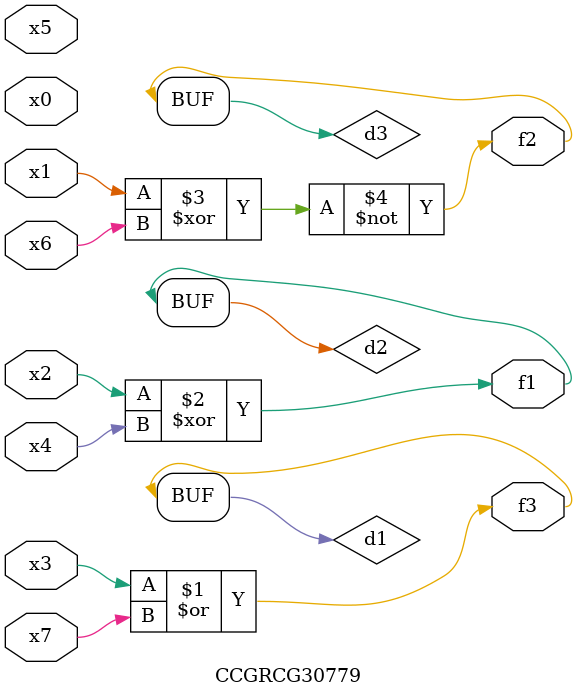
<source format=v>
module CCGRCG30779(
	input x0, x1, x2, x3, x4, x5, x6, x7,
	output f1, f2, f3
);

	wire d1, d2, d3;

	or (d1, x3, x7);
	xor (d2, x2, x4);
	xnor (d3, x1, x6);
	assign f1 = d2;
	assign f2 = d3;
	assign f3 = d1;
endmodule

</source>
